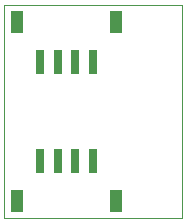
<source format=gtp>
G75*
G70*
%OFA0B0*%
%FSLAX24Y24*%
%IPPOS*%
%LPD*%
%AMOC8*
5,1,8,0,0,1.08239X$1,22.5*
%
%ADD10C,0.0000*%
%ADD11R,0.0276X0.0787*%
%ADD12R,0.0433X0.0748*%
D10*
X006148Y000333D02*
X006148Y007419D01*
X012054Y007419D01*
X012054Y000333D01*
X006148Y000333D01*
D11*
X007329Y002222D03*
X007920Y002222D03*
X008510Y002222D03*
X009101Y002222D03*
X009101Y005529D03*
X008510Y005529D03*
X007920Y005529D03*
X007329Y005529D03*
D12*
X006561Y006848D03*
X009869Y006848D03*
X009869Y000903D03*
X006561Y000903D03*
M02*

</source>
